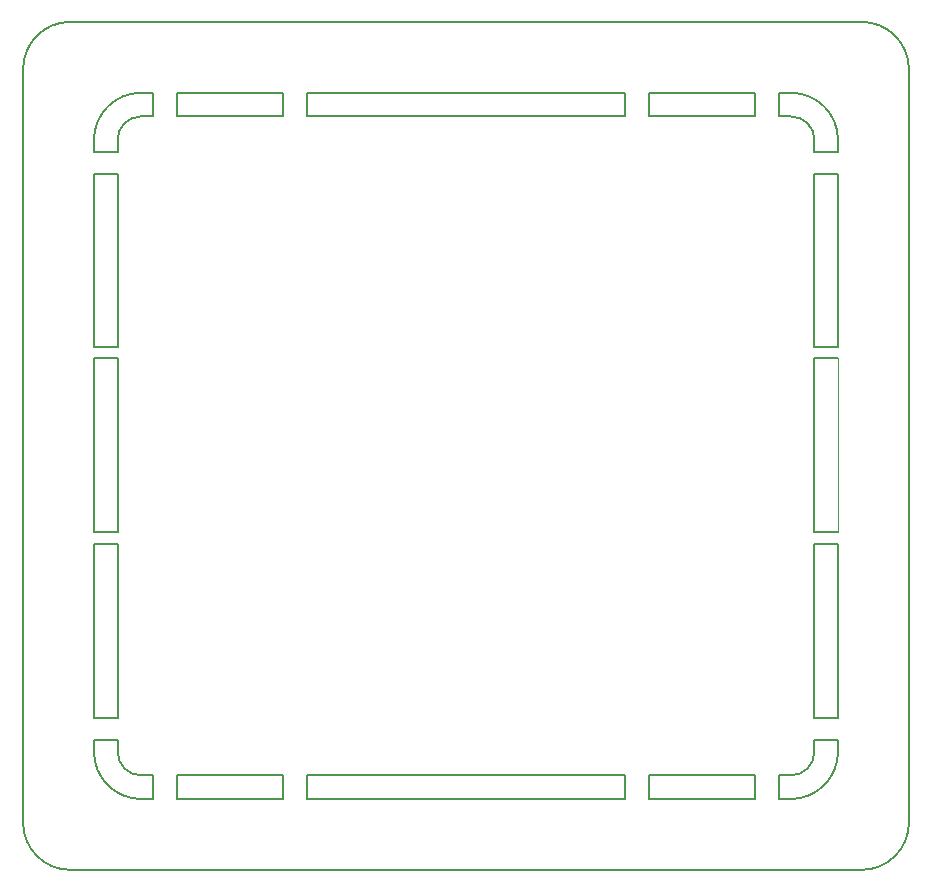
<source format=gbr>
G04 #@! TF.GenerationSoftware,KiCad,Pcbnew,(5.1.2)-2*
G04 #@! TF.CreationDate,2019-08-28T15:06:32+03:00*
G04 #@! TF.ProjectId,AD1938,41443139-3338-42e6-9b69-6361645f7063,rev?*
G04 #@! TF.SameCoordinates,Original*
G04 #@! TF.FileFunction,Profile,NP*
%FSLAX46Y46*%
G04 Gerber Fmt 4.6, Leading zero omitted, Abs format (unit mm)*
G04 Created by KiCad (PCBNEW (5.1.2)-2) date 2019-08-28 15:06:32*
%MOMM*%
%LPD*%
G04 APERTURE LIST*
%ADD10C,0.150000*%
%ADD11C,0.050000*%
G04 APERTURE END LIST*
D10*
X151013000Y-72722000D02*
G75*
G02X153013000Y-74722000I0J-2000000D01*
G01*
X153013000Y-93216000D02*
X153013000Y-107898000D01*
D11*
X155013000Y-107898000D02*
X155013000Y-93216000D01*
D10*
X155013000Y-93216000D02*
X153013000Y-93216000D01*
X153013000Y-107898000D02*
X155013000Y-107898000D01*
X94013000Y-107898000D02*
X94013000Y-93216000D01*
X92013000Y-93216000D02*
X92013000Y-107898000D01*
X94013000Y-107898000D02*
X92013000Y-107898000D01*
X92013000Y-93216000D02*
X94013000Y-93216000D01*
X94013000Y-92277000D02*
X94013000Y-77595000D01*
X92013000Y-77595000D02*
X92013000Y-92277000D01*
X94013000Y-92277000D02*
X92013000Y-92277000D01*
X92013000Y-77595000D02*
X94013000Y-77595000D01*
X153013000Y-77595000D02*
X153013000Y-92277000D01*
X155013000Y-92277000D02*
X155013000Y-77595000D01*
X155013000Y-77595000D02*
X153013000Y-77595000D01*
X153013000Y-92277000D02*
X155013000Y-92277000D01*
X92013000Y-108964000D02*
X92013000Y-123646000D01*
X94013000Y-123646000D02*
X94013000Y-108964000D01*
X155013000Y-123646000D02*
X155013000Y-108964000D01*
X153013000Y-108964000D02*
X153013000Y-123646000D01*
X161013000Y-132519000D02*
X161013000Y-68722000D01*
X86013000Y-68722000D02*
X86013000Y-132519000D01*
X108013000Y-70722000D02*
X108013000Y-72722000D01*
X155013000Y-108964000D02*
X153013000Y-108964000D01*
X153013000Y-123646000D02*
X155013000Y-123646000D01*
X92013000Y-108964000D02*
X94013000Y-108964000D01*
X94013000Y-123646000D02*
X92013000Y-123646000D01*
X92013000Y-125519000D02*
X92013000Y-126519000D01*
X92013000Y-75722000D02*
X92013000Y-74722000D01*
X94013000Y-75722000D02*
X92013000Y-75722000D01*
X94013000Y-74722000D02*
X94013000Y-75722000D01*
X97013000Y-70722000D02*
X96013000Y-70722000D01*
X94013000Y-74722000D02*
G75*
G02X96013000Y-72722000I2000000J0D01*
G01*
X90013000Y-136519000D02*
G75*
G02X86013000Y-132519000I0J4000000D01*
G01*
X161013000Y-132519000D02*
G75*
G02X157013000Y-136519000I-4000000J0D01*
G01*
X157013000Y-64722000D02*
G75*
G02X161013000Y-68722000I0J-4000000D01*
G01*
X86013000Y-68722000D02*
G75*
G02X90013000Y-64722000I4000000J0D01*
G01*
X137013000Y-72722000D02*
X110013000Y-72722000D01*
X137013000Y-70722000D02*
X137013000Y-72722000D01*
X110013000Y-70722000D02*
X137013000Y-70722000D01*
X110013000Y-72722000D02*
X110013000Y-70722000D01*
X148013000Y-70722000D02*
X148013000Y-72722000D01*
X139013000Y-70722000D02*
X148013000Y-70722000D01*
X139013000Y-72722000D02*
X139013000Y-70722000D01*
X148013000Y-72722000D02*
X139013000Y-72722000D01*
X108013000Y-72722000D02*
X99013000Y-72722000D01*
X99013000Y-70722000D02*
X108013000Y-70722000D01*
X99013000Y-72722000D02*
X99013000Y-70722000D01*
X150013000Y-130519000D02*
X151013000Y-130519000D01*
X155013000Y-126519000D02*
G75*
G02X151013000Y-130519000I-4000000J0D01*
G01*
X108013000Y-130519000D02*
X99013000Y-130519000D01*
X108013000Y-128519000D02*
X108013000Y-130519000D01*
X99013000Y-128519000D02*
X108013000Y-128519000D01*
X96013000Y-128519000D02*
G75*
G02X94013000Y-126519000I0J2000000D01*
G01*
X153013000Y-126519000D02*
G75*
G02X151013000Y-128519000I-2000000J0D01*
G01*
X151013000Y-70722000D02*
G75*
G02X155013000Y-74722000I0J-4000000D01*
G01*
X155013000Y-75722000D02*
X155013000Y-74722000D01*
X153013000Y-75722000D02*
X155013000Y-75722000D01*
X153013000Y-74722000D02*
X153013000Y-75722000D01*
X150013000Y-70722000D02*
X151013000Y-70722000D01*
X150013000Y-72722000D02*
X150013000Y-70722000D01*
X151013000Y-72722000D02*
X150013000Y-72722000D01*
X92013000Y-74722000D02*
G75*
G02X96013000Y-70722000I4000000J0D01*
G01*
X97013000Y-72722000D02*
X97013000Y-70722000D01*
X96013000Y-72722000D02*
X97013000Y-72722000D01*
X96013000Y-130519000D02*
G75*
G02X92013000Y-126519000I0J4000000D01*
G01*
X94013000Y-125519000D02*
X92013000Y-125519000D01*
X150013000Y-128519000D02*
X150013000Y-130519000D01*
X151013000Y-128519000D02*
X150013000Y-128519000D01*
X155013000Y-125519000D02*
X155013000Y-126519000D01*
X153013000Y-125519000D02*
X155013000Y-125519000D01*
X153013000Y-126519000D02*
X153013000Y-125519000D01*
X94013000Y-126519000D02*
X94013000Y-125519000D01*
X97013000Y-130519000D02*
X96013000Y-130519000D01*
X97013000Y-128519000D02*
X97013000Y-130519000D01*
X137013000Y-128519000D02*
X110013000Y-128519000D01*
X137013000Y-130519000D02*
X137013000Y-128519000D01*
X110013000Y-130519000D02*
X137013000Y-130519000D01*
X110013000Y-128519000D02*
X110013000Y-130519000D01*
X96013000Y-128519000D02*
X97013000Y-128519000D01*
X147013000Y-128519000D02*
X139013000Y-128519000D01*
X139013000Y-130519000D02*
X147013000Y-130519000D01*
X139013000Y-128519000D02*
X139013000Y-130519000D01*
X99013000Y-130519000D02*
X99013000Y-128519000D01*
X148013000Y-130519000D02*
X147013000Y-130519000D01*
X148013000Y-128519000D02*
X148013000Y-130519000D01*
X147013000Y-128519000D02*
X148013000Y-128519000D01*
X157013000Y-64722000D02*
X90013000Y-64722000D01*
X90013000Y-136519000D02*
X157013000Y-136519000D01*
M02*

</source>
